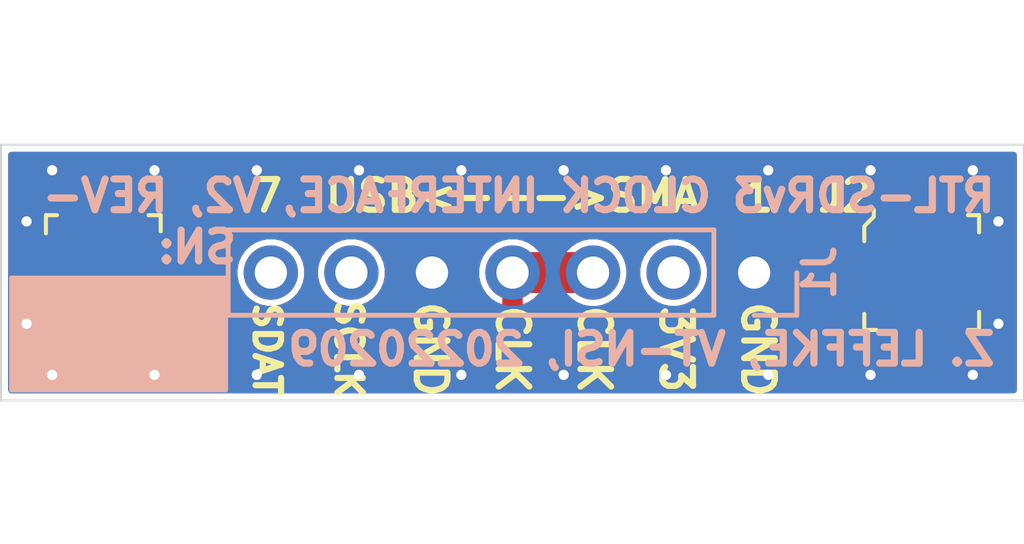
<source format=kicad_pcb>
(kicad_pcb (version 20171130) (host pcbnew 5.1.12-84ad8e8a86~92~ubuntu20.04.1)

  (general
    (thickness 1.6)
    (drawings 18)
    (tracks 34)
    (zones 0)
    (modules 3)
    (nets 6)
  )

  (page USLetter)
  (title_block
    (title "External Clock Interface for RT-SDR V3")
    (date 2021-03-13)
    (rev -)
    (company "Amateur Radio / Phased Arrays")
    (comment 2 creativecommons.org/licenses/by/4.0/)
    (comment 3 "License: CC BY 4.0")
    (comment 4 "Author: Zach Leffke, KJ4QLP")
  )

  (layers
    (0 F.Cu signal)
    (31 B.Cu signal)
    (32 B.Adhes user)
    (33 F.Adhes user)
    (34 B.Paste user)
    (35 F.Paste user)
    (36 B.SilkS user)
    (37 F.SilkS user)
    (38 B.Mask user)
    (39 F.Mask user)
    (40 Dwgs.User user)
    (41 Cmts.User user)
    (42 Eco1.User user)
    (43 Eco2.User user)
    (44 Edge.Cuts user)
    (45 Margin user)
    (46 B.CrtYd user)
    (47 F.CrtYd user)
    (48 B.Fab user)
    (49 F.Fab user)
  )

  (setup
    (last_trace_width 0.508)
    (user_trace_width 0.254)
    (user_trace_width 0.508)
    (user_trace_width 0.762)
    (user_trace_width 1.016)
    (trace_clearance 0.1524)
    (zone_clearance 0.1524)
    (zone_45_only no)
    (trace_min 0.254)
    (via_size 0.8)
    (via_drill 0.4)
    (via_min_size 0.508)
    (via_min_drill 0.254)
    (user_via 0.508 0.254)
    (uvia_size 0.3)
    (uvia_drill 0.1)
    (uvias_allowed no)
    (uvia_min_size 0.2)
    (uvia_min_drill 0.1)
    (edge_width 0.05)
    (segment_width 0.2)
    (pcb_text_width 0.3)
    (pcb_text_size 1.5 1.5)
    (mod_edge_width 0.12)
    (mod_text_size 1 1)
    (mod_text_width 0.15)
    (pad_size 1.524 1.524)
    (pad_drill 0.762)
    (pad_to_mask_clearance 0)
    (aux_axis_origin 0 0)
    (visible_elements FFFDFF7F)
    (pcbplotparams
      (layerselection 0x010fc_ffffffff)
      (usegerberextensions false)
      (usegerberattributes true)
      (usegerberadvancedattributes true)
      (creategerberjobfile true)
      (excludeedgelayer true)
      (linewidth 0.100000)
      (plotframeref false)
      (viasonmask false)
      (mode 1)
      (useauxorigin false)
      (hpglpennumber 1)
      (hpglpenspeed 20)
      (hpglpendiameter 15.000000)
      (psnegative false)
      (psa4output false)
      (plotreference true)
      (plotvalue true)
      (plotinvisibletext false)
      (padsonsilk false)
      (subtractmaskfromsilk false)
      (outputformat 1)
      (mirror false)
      (drillshape 1)
      (scaleselection 1)
      (outputdirectory ""))
  )

  (net 0 "")
  (net 1 GND)
  (net 2 /SCLK)
  (net 3 /SDAT)
  (net 4 /CLK)
  (net 5 /3V3)

  (net_class Default "This is the default net class."
    (clearance 0.1524)
    (trace_width 0.254)
    (via_dia 0.8)
    (via_drill 0.4)
    (uvia_dia 0.3)
    (uvia_drill 0.1)
    (diff_pair_width 0.254)
    (diff_pair_gap 0.254)
    (add_net /3V3)
    (add_net /CLK)
    (add_net /SCLK)
    (add_net /SDAT)
    (add_net GND)
  )

  (module Connector_PinHeader_2.00mm:PinHeader_1x07_P2.00mm_Vertical (layer B.Cu) (tedit 59FED667) (tstamp 604D6363)
    (at 164.75 104.775 90)
    (descr "Through hole straight pin header, 1x07, 2.00mm pitch, single row")
    (tags "Through hole pin header THT 1x07 2.00mm single row")
    (path /604EBBF8)
    (fp_text reference J1 (at 0 1.62 90) (layer B.SilkS)
      (effects (font (size 0.762 0.762) (thickness 0.1524)) (justify mirror))
    )
    (fp_text value Conn_01x07_Male (at 0 -14.06 270) (layer B.Fab)
      (effects (font (size 1 1) (thickness 0.15)) (justify mirror))
    )
    (fp_line (start 1.5 1.5) (end -1.5 1.5) (layer B.CrtYd) (width 0.05))
    (fp_line (start 1.5 -13.5) (end 1.5 1.5) (layer B.CrtYd) (width 0.05))
    (fp_line (start -1.5 -13.5) (end 1.5 -13.5) (layer B.CrtYd) (width 0.05))
    (fp_line (start -1.5 1.5) (end -1.5 -13.5) (layer B.CrtYd) (width 0.05))
    (fp_line (start -1.06 1.06) (end 0 1.06) (layer B.SilkS) (width 0.12))
    (fp_line (start -1.06 0) (end -1.06 1.06) (layer B.SilkS) (width 0.12))
    (fp_line (start -1.06 -1) (end 1.06 -1) (layer B.SilkS) (width 0.12))
    (fp_line (start 1.06 -1) (end 1.06 -13.06) (layer B.SilkS) (width 0.12))
    (fp_line (start -1.06 -1) (end -1.06 -13.06) (layer B.SilkS) (width 0.12))
    (fp_line (start -1.06 -13.06) (end 1.06 -13.06) (layer B.SilkS) (width 0.12))
    (fp_line (start -1 0.5) (end -0.5 1) (layer B.Fab) (width 0.1))
    (fp_line (start -1 -13) (end -1 0.5) (layer B.Fab) (width 0.1))
    (fp_line (start 1 -13) (end -1 -13) (layer B.Fab) (width 0.1))
    (fp_line (start 1 1) (end 1 -13) (layer B.Fab) (width 0.1))
    (fp_line (start -0.5 1) (end 1 1) (layer B.Fab) (width 0.1))
    (fp_text user %R (at 0 -6) (layer B.Fab)
      (effects (font (size 1 1) (thickness 0.15)) (justify mirror))
    )
    (pad 7 thru_hole oval (at 0 -12 90) (size 1.35 1.35) (drill 0.8) (layers *.Cu *.Mask)
      (net 2 /SCLK))
    (pad 6 thru_hole oval (at 0 -10 90) (size 1.35 1.35) (drill 0.8) (layers *.Cu *.Mask)
      (net 3 /SDAT))
    (pad 5 thru_hole oval (at 0 -8 90) (size 1.35 1.35) (drill 0.8) (layers *.Cu *.Mask)
      (net 1 GND))
    (pad 4 thru_hole oval (at 0 -6 90) (size 1.35 1.35) (drill 0.8) (layers *.Cu *.Mask)
      (net 4 /CLK))
    (pad 3 thru_hole oval (at 0 -4 90) (size 1.35 1.35) (drill 0.8) (layers *.Cu *.Mask)
      (net 4 /CLK))
    (pad 2 thru_hole oval (at 0 -2 90) (size 1.35 1.35) (drill 0.8) (layers *.Cu *.Mask)
      (net 5 /3V3))
    (pad 1 thru_hole rect (at 0 0 90) (size 1.35 1.35) (drill 0.8) (layers *.Cu *.Mask)
      (net 1 GND))
    (model ${KISYS3DMOD}/Connector_PinHeader_2.00mm.3dshapes/PinHeader_1x07_P2.00mm_Vertical.wrl
      (at (xyz 0 0 0))
      (scale (xyz 1 1 1))
      (rotate (xyz 0 0 0))
    )
  )

  (module digikey-footprints:Molex_734120114_UMC_RF_CONN_Vertical (layer F.Cu) (tedit 5D2892B1) (tstamp 604DCF59)
    (at 148.59 104.775 90)
    (path /604F4465)
    (attr smd)
    (fp_text reference J3 (at -1.905 1.905) (layer F.SilkS)
      (effects (font (size 0.762 0.762) (thickness 0.1524)))
    )
    (fp_text value 0734120114 (at 0.2 3.175 -90) (layer F.Fab)
      (effects (font (size 1 1) (thickness 0.15)))
    )
    (fp_line (start -1.5621 1.18762) (end -1.39446 1.18762) (layer F.SilkS) (width 0.1))
    (fp_line (start -1.38524 1.1927) (end -1.16524 1.4097) (layer F.SilkS) (width 0.1))
    (fp_line (start -1.14554 1.425) (end -0.77978 1.425) (layer F.SilkS) (width 0.1))
    (fp_line (start -1.29794 1.09982) (end -1.09728 1.30048) (layer F.Fab) (width 0.1))
    (fp_line (start -2.25 2.25) (end -2.25 -2.25) (layer F.CrtYd) (width 0.05))
    (fp_line (start 2.25 2.25) (end -2.25 2.25) (layer F.CrtYd) (width 0.05))
    (fp_line (start 2.25 -2.25) (end 2.25 2.25) (layer F.CrtYd) (width 0.05))
    (fp_line (start -2.25 -2.25) (end 2.25 -2.25) (layer F.CrtYd) (width 0.05))
    (fp_line (start 1.425 1.125) (end 1.425 1.425) (layer F.SilkS) (width 0.1))
    (fp_line (start 1.425 1.425) (end 1.025 1.425) (layer F.SilkS) (width 0.1))
    (fp_line (start -1 -1.425) (end -1.425 -1.425) (layer F.SilkS) (width 0.1))
    (fp_line (start -1.425 -1.425) (end -1.425 -1.15) (layer F.SilkS) (width 0.1))
    (fp_line (start 0.975 -1.425) (end 1.425 -1.425) (layer F.SilkS) (width 0.1))
    (fp_line (start 1.425 -1.425) (end 1.425 -1.15) (layer F.SilkS) (width 0.1))
    (fp_line (start -1.3 -1.3) (end -1.3 1.09982) (layer F.Fab) (width 0.1))
    (fp_line (start 1.3 1.3) (end -1.09728 1.3) (layer F.Fab) (width 0.1))
    (fp_line (start 1.3 -1.3) (end 1.3 1.3) (layer F.Fab) (width 0.1))
    (fp_line (start -1.3 -1.3) (end 1.3 -1.3) (layer F.Fab) (width 0.1))
    (fp_text user %R (at -0.635 -0.635 -90) (layer F.Fab)
      (effects (font (size 0.5 0.5) (thickness 0.025)))
    )
    (pad 1 smd rect (at -1.5 0 90) (size 1 2.2) (layers F.Cu F.Paste F.Mask)
      (net 1 GND))
    (pad 1 smd rect (at 1.5 0 90) (size 1 2.2) (layers F.Cu F.Paste F.Mask)
      (net 1 GND))
    (pad 2 smd rect (at 0 1.5 90) (size 1 1) (layers F.Cu F.Paste F.Mask)
      (net 4 /CLK))
    (pad 1 smd rect (at 0 -1.5 90) (size 1 1) (layers F.Cu F.Paste F.Mask)
      (net 1 GND))
  )

  (module digikey-footprints:Molex_734120114_UMC_RF_CONN_Vertical (layer F.Cu) (tedit 5D2892B1) (tstamp 604D6E3A)
    (at 168.91 104.775 270)
    (path /604D774A)
    (attr smd)
    (fp_text reference J2 (at -1.905 1.905) (layer F.SilkS)
      (effects (font (size 0.762 0.762) (thickness 0.1524)))
    )
    (fp_text value 0734120114 (at 0.2 3.175 90) (layer F.Fab)
      (effects (font (size 1 1) (thickness 0.15)))
    )
    (fp_line (start -1.5621 1.18762) (end -1.39446 1.18762) (layer F.SilkS) (width 0.1))
    (fp_line (start -1.38524 1.1927) (end -1.16524 1.4097) (layer F.SilkS) (width 0.1))
    (fp_line (start -1.14554 1.425) (end -0.77978 1.425) (layer F.SilkS) (width 0.1))
    (fp_line (start -1.29794 1.09982) (end -1.09728 1.30048) (layer F.Fab) (width 0.1))
    (fp_line (start -2.25 2.25) (end -2.25 -2.25) (layer F.CrtYd) (width 0.05))
    (fp_line (start 2.25 2.25) (end -2.25 2.25) (layer F.CrtYd) (width 0.05))
    (fp_line (start 2.25 -2.25) (end 2.25 2.25) (layer F.CrtYd) (width 0.05))
    (fp_line (start -2.25 -2.25) (end 2.25 -2.25) (layer F.CrtYd) (width 0.05))
    (fp_line (start 1.425 1.125) (end 1.425 1.425) (layer F.SilkS) (width 0.1))
    (fp_line (start 1.425 1.425) (end 1.025 1.425) (layer F.SilkS) (width 0.1))
    (fp_line (start -1 -1.425) (end -1.425 -1.425) (layer F.SilkS) (width 0.1))
    (fp_line (start -1.425 -1.425) (end -1.425 -1.15) (layer F.SilkS) (width 0.1))
    (fp_line (start 0.975 -1.425) (end 1.425 -1.425) (layer F.SilkS) (width 0.1))
    (fp_line (start 1.425 -1.425) (end 1.425 -1.15) (layer F.SilkS) (width 0.1))
    (fp_line (start -1.3 -1.3) (end -1.3 1.09982) (layer F.Fab) (width 0.1))
    (fp_line (start 1.3 1.3) (end -1.09728 1.3) (layer F.Fab) (width 0.1))
    (fp_line (start 1.3 -1.3) (end 1.3 1.3) (layer F.Fab) (width 0.1))
    (fp_line (start -1.3 -1.3) (end 1.3 -1.3) (layer F.Fab) (width 0.1))
    (fp_text user %R (at -1.905 -1.905 90) (layer F.Fab)
      (effects (font (size 0.5 0.5) (thickness 0.025)))
    )
    (pad 1 smd rect (at -1.5 0 270) (size 1 2.2) (layers F.Cu F.Paste F.Mask)
      (net 1 GND))
    (pad 1 smd rect (at 1.5 0 270) (size 1 2.2) (layers F.Cu F.Paste F.Mask)
      (net 1 GND))
    (pad 2 smd rect (at 0 1.5 270) (size 1 1) (layers F.Cu F.Paste F.Mask)
      (net 4 /CLK))
    (pad 1 smd rect (at 0 -1.5 270) (size 1 1) (layers F.Cu F.Paste F.Mask)
      (net 1 GND))
  )

  (gr_text 7 (at 152.654 102.87) (layer F.SilkS) (tstamp 620B486F)
    (effects (font (size 0.762 0.762) (thickness 0.1524)))
  )
  (gr_text USB<--->SMA (at 158.75 102.87) (layer F.SilkS) (tstamp 620B4862)
    (effects (font (size 0.762 0.762) (thickness 0.1524)))
  )
  (gr_text 1 (at 164.846 102.87) (layer F.SilkS) (tstamp 620B4854)
    (effects (font (size 0.762 0.762) (thickness 0.1524)))
  )
  (gr_text SDAT (at 152.654 106.68 270) (layer F.SilkS) (tstamp 620B4838)
    (effects (font (size 0.635 0.635) (thickness 0.1524)))
  )
  (gr_text SCLK (at 154.686 106.68 270) (layer F.SilkS) (tstamp 620B4832)
    (effects (font (size 0.635 0.635) (thickness 0.1524)))
  )
  (gr_text GND (at 156.718 106.68 270) (layer F.SilkS) (tstamp 620B482A)
    (effects (font (size 0.762 0.762) (thickness 0.1524)))
  )
  (gr_text GND (at 164.846 106.68 270) (layer F.SilkS) (tstamp 620B47A0)
    (effects (font (size 0.762 0.762) (thickness 0.1524)))
  )
  (gr_text 3V3 (at 162.814 106.68 270) (layer F.SilkS) (tstamp 620B478D)
    (effects (font (size 0.762 0.762) (thickness 0.1524)))
  )
  (gr_text CLK (at 158.75 106.68 270) (layer F.SilkS) (tstamp 620B478A)
    (effects (font (size 0.762 0.762) (thickness 0.1524)))
  )
  (gr_text CLK (at 160.782 106.68 270) (layer F.SilkS)
    (effects (font (size 0.762 0.762) (thickness 0.1524)))
  )
  (gr_poly (pts (xy 151.638 107.696) (xy 146.304 107.696) (xy 146.304 104.902) (xy 151.638 104.902)) (layer B.SilkS) (width 0.1))
  (gr_text SN: (at 149.86 104.14) (layer B.SilkS) (tstamp 604DD0F7)
    (effects (font (size 0.762 0.762) (thickness 0.1778)) (justify right mirror))
  )
  (gr_text "RTL-SDRv3 CLOCK INTERFACE, V2, REV-" (at 170.815 102.87) (layer B.SilkS) (tstamp 604DCFD1)
    (effects (font (size 0.762 0.762) (thickness 0.1778)) (justify left mirror))
  )
  (gr_line (start 171.45 107.95) (end 171.45 101.6) (layer Edge.Cuts) (width 0.05))
  (gr_text "Z. LEFFKE, VT-NSI, 20220209" (at 170.815 106.68) (layer B.SilkS) (tstamp 604DCFCB)
    (effects (font (size 0.762 0.762) (thickness 0.1778)) (justify left mirror))
  )
  (gr_line (start 146.05 101.6) (end 146.05 107.95) (layer Edge.Cuts) (width 0.05))
  (gr_line (start 171.45 101.6) (end 146.05 101.6) (layer Edge.Cuts) (width 0.05))
  (gr_line (start 146.05 107.95) (end 171.45 107.95) (layer Edge.Cuts) (width 0.05))

  (via (at 170.18 102.235) (size 0.508) (drill 0.254) (layers F.Cu B.Cu) (net 1))
  (via (at 170.18 107.315) (size 0.508) (drill 0.254) (layers F.Cu B.Cu) (net 1) (tstamp 604D753B))
  (via (at 165.1 102.235) (size 0.508) (drill 0.254) (layers F.Cu B.Cu) (net 1) (tstamp 604D7541))
  (via (at 167.64 102.235) (size 0.508) (drill 0.254) (layers F.Cu B.Cu) (net 1) (tstamp 604D7543))
  (via (at 162.56 102.235) (size 0.508) (drill 0.254) (layers F.Cu B.Cu) (net 1) (tstamp 604D7545))
  (via (at 160.02 102.235) (size 0.508) (drill 0.254) (layers F.Cu B.Cu) (net 1) (tstamp 604D7547))
  (via (at 157.48 102.235) (size 0.508) (drill 0.254) (layers F.Cu B.Cu) (net 1) (tstamp 604D755E))
  (via (at 154.94 102.235) (size 0.508) (drill 0.254) (layers F.Cu B.Cu) (net 1) (tstamp 604D7560))
  (via (at 152.4 102.235) (size 0.508) (drill 0.254) (layers F.Cu B.Cu) (net 1) (tstamp 604D7562))
  (via (at 149.86 102.235) (size 0.508) (drill 0.254) (layers F.Cu B.Cu) (net 1) (tstamp 604D7564))
  (via (at 154.94 107.315) (size 0.508) (drill 0.254) (layers F.Cu B.Cu) (net 1) (tstamp 604D756F))
  (via (at 167.64 107.315) (size 0.508) (drill 0.254) (layers F.Cu B.Cu) (net 1) (tstamp 604D7588))
  (via (at 152.4 107.315) (size 0.508) (drill 0.254) (layers F.Cu B.Cu) (net 1) (tstamp 604D756D))
  (via (at 157.48 107.315) (size 0.508) (drill 0.254) (layers F.Cu B.Cu) (net 1) (tstamp 604D7571))
  (via (at 160.02 107.315) (size 0.508) (drill 0.254) (layers F.Cu B.Cu) (net 1) (tstamp 604D809A))
  (via (at 149.86 107.315) (size 0.508) (drill 0.254) (layers F.Cu B.Cu) (net 1) (tstamp 604D8874))
  (via (at 147.32 107.315) (size 0.508) (drill 0.254) (layers F.Cu B.Cu) (net 1) (tstamp 604D8876))
  (via (at 170.815 106.045) (size 0.508) (drill 0.254) (layers F.Cu B.Cu) (net 1) (tstamp 604D8904))
  (via (at 162.56 107.315) (size 0.508) (drill 0.254) (layers F.Cu B.Cu) (net 1) (tstamp 604DC28D))
  (via (at 165.1 107.315) (size 0.508) (drill 0.254) (layers F.Cu B.Cu) (net 1) (tstamp 604DC28F))
  (via (at 147.32 102.235) (size 0.508) (drill 0.254) (layers F.Cu B.Cu) (net 1) (tstamp 604DC37B))
  (via (at 170.815 103.505) (size 0.508) (drill 0.254) (layers F.Cu B.Cu) (net 1) (tstamp 620BAE88))
  (via (at 146.685 103.505) (size 0.508) (drill 0.254) (layers F.Cu B.Cu) (net 1) (tstamp 620BAE8A))
  (via (at 146.685 106.045) (size 0.508) (drill 0.254) (layers F.Cu B.Cu) (net 1) (tstamp 620BAE8C))
  (segment (start 158.75 104.775) (end 160.75 104.775) (width 1.016) (layer F.Cu) (net 4))
  (segment (start 158.75 104.775) (end 158.75 106.045) (width 0.508) (layer F.Cu) (net 4))
  (segment (start 167.005 104.775) (end 167.41 104.775) (width 0.508) (layer F.Cu) (net 4))
  (segment (start 165.354 106.426) (end 167.005 104.775) (width 0.508) (layer F.Cu) (net 4))
  (segment (start 159.131 106.426) (end 165.354 106.426) (width 0.508) (layer F.Cu) (net 4))
  (segment (start 158.75 106.045) (end 159.131 106.426) (width 0.508) (layer F.Cu) (net 4))
  (segment (start 158.369 106.426) (end 158.75 106.045) (width 0.508) (layer F.Cu) (net 4))
  (segment (start 152.273 106.426) (end 158.369 106.426) (width 0.508) (layer F.Cu) (net 4))
  (segment (start 150.622 104.775) (end 152.273 106.426) (width 0.508) (layer F.Cu) (net 4))
  (segment (start 150.09 104.775) (end 150.622 104.775) (width 0.508) (layer F.Cu) (net 4))

  (zone (net 1) (net_name GND) (layer F.Cu) (tstamp 0) (hatch edge 0.508)
    (connect_pads yes (clearance 0.1524))
    (min_thickness 0.1524)
    (fill yes (arc_segments 32) (thermal_gap 0.508) (thermal_bridge_width 0.508))
    (polygon
      (pts
        (xy 166.37 107.95) (xy 146.05 107.95) (xy 146.05 101.6) (xy 171.45 101.6) (xy 171.45 107.95)
      )
    )
    (filled_polygon
      (pts
        (xy 171.1964 107.6964) (xy 146.3036 107.6964) (xy 146.3036 104.275) (xy 149.360294 104.275) (xy 149.360294 105.275)
        (xy 149.364708 105.319813) (xy 149.377779 105.362905) (xy 149.399006 105.402618) (xy 149.427573 105.437427) (xy 149.462382 105.465994)
        (xy 149.502095 105.487221) (xy 149.545187 105.500292) (xy 149.59 105.504706) (xy 150.59 105.504706) (xy 150.634813 105.500292)
        (xy 150.657815 105.493315) (xy 151.914988 106.750488) (xy 151.930099 106.768901) (xy 152.003585 106.829209) (xy 152.087423 106.874022)
        (xy 152.178393 106.901617) (xy 152.273 106.910935) (xy 152.296707 106.9086) (xy 160.726293 106.9086) (xy 160.75 106.910935)
        (xy 160.773707 106.9086) (xy 165.330295 106.9086) (xy 165.354 106.910935) (xy 165.377705 106.9086) (xy 165.377707 106.9086)
        (xy 165.448606 106.901617) (xy 165.539577 106.874022) (xy 165.623415 106.829209) (xy 165.696901 106.768901) (xy 165.712017 106.750482)
        (xy 166.957794 105.504706) (xy 167.91 105.504706) (xy 167.954813 105.500292) (xy 167.997905 105.487221) (xy 168.037618 105.465994)
        (xy 168.072427 105.437427) (xy 168.100994 105.402618) (xy 168.122221 105.362905) (xy 168.135292 105.319813) (xy 168.139706 105.275)
        (xy 168.139706 104.275) (xy 168.135292 104.230187) (xy 168.122221 104.187095) (xy 168.100994 104.147382) (xy 168.072427 104.112573)
        (xy 168.037618 104.084006) (xy 167.997905 104.062779) (xy 167.954813 104.049708) (xy 167.91 104.045294) (xy 166.91 104.045294)
        (xy 166.865187 104.049708) (xy 166.822095 104.062779) (xy 166.782382 104.084006) (xy 166.747573 104.112573) (xy 166.719006 104.147382)
        (xy 166.697779 104.187095) (xy 166.684708 104.230187) (xy 166.680294 104.275) (xy 166.680294 104.417167) (xy 166.662099 104.432099)
        (xy 166.646988 104.450512) (xy 165.154101 105.9434) (xy 161.2326 105.9434) (xy 161.2326 105.539287) (xy 161.326011 105.476872)
        (xy 161.451872 105.351011) (xy 161.55076 105.203015) (xy 161.618875 105.03857) (xy 161.6536 104.863997) (xy 161.6536 104.686003)
        (xy 161.8464 104.686003) (xy 161.8464 104.863997) (xy 161.881125 105.03857) (xy 161.94924 105.203015) (xy 162.048128 105.351011)
        (xy 162.173989 105.476872) (xy 162.321985 105.57576) (xy 162.48643 105.643875) (xy 162.661003 105.6786) (xy 162.838997 105.6786)
        (xy 163.01357 105.643875) (xy 163.178015 105.57576) (xy 163.326011 105.476872) (xy 163.451872 105.351011) (xy 163.55076 105.203015)
        (xy 163.618875 105.03857) (xy 163.6536 104.863997) (xy 163.6536 104.686003) (xy 163.618875 104.51143) (xy 163.55076 104.346985)
        (xy 163.451872 104.198989) (xy 163.326011 104.073128) (xy 163.178015 103.97424) (xy 163.01357 103.906125) (xy 162.838997 103.8714)
        (xy 162.661003 103.8714) (xy 162.48643 103.906125) (xy 162.321985 103.97424) (xy 162.173989 104.073128) (xy 162.048128 104.198989)
        (xy 161.94924 104.346985) (xy 161.881125 104.51143) (xy 161.8464 104.686003) (xy 161.6536 104.686003) (xy 161.618875 104.51143)
        (xy 161.55076 104.346985) (xy 161.451872 104.198989) (xy 161.326011 104.073128) (xy 161.178015 103.97424) (xy 161.01357 103.906125)
        (xy 160.838997 103.8714) (xy 160.661003 103.8714) (xy 160.48643 103.906125) (xy 160.321985 103.97424) (xy 160.173989 104.073128)
        (xy 160.048128 104.198989) (xy 159.94924 104.346985) (xy 159.881125 104.51143) (xy 159.8464 104.686003) (xy 159.8464 104.863997)
        (xy 159.881125 105.03857) (xy 159.94924 105.203015) (xy 160.048128 105.351011) (xy 160.173989 105.476872) (xy 160.2674 105.539287)
        (xy 160.2674 105.655706) (xy 160.267401 105.655716) (xy 160.267401 105.9434) (xy 152.4729 105.9434) (xy 151.215503 104.686003)
        (xy 151.8464 104.686003) (xy 151.8464 104.863997) (xy 151.881125 105.03857) (xy 151.94924 105.203015) (xy 152.048128 105.351011)
        (xy 152.173989 105.476872) (xy 152.321985 105.57576) (xy 152.48643 105.643875) (xy 152.661003 105.6786) (xy 152.838997 105.6786)
        (xy 153.01357 105.643875) (xy 153.178015 105.57576) (xy 153.326011 105.476872) (xy 153.451872 105.351011) (xy 153.55076 105.203015)
        (xy 153.618875 105.03857) (xy 153.6536 104.863997) (xy 153.6536 104.686003) (xy 153.8464 104.686003) (xy 153.8464 104.863997)
        (xy 153.881125 105.03857) (xy 153.94924 105.203015) (xy 154.048128 105.351011) (xy 154.173989 105.476872) (xy 154.321985 105.57576)
        (xy 154.48643 105.643875) (xy 154.661003 105.6786) (xy 154.838997 105.6786) (xy 155.01357 105.643875) (xy 155.178015 105.57576)
        (xy 155.326011 105.476872) (xy 155.451872 105.351011) (xy 155.55076 105.203015) (xy 155.618875 105.03857) (xy 155.6536 104.863997)
        (xy 155.6536 104.686003) (xy 157.8464 104.686003) (xy 157.8464 104.863997) (xy 157.881125 105.03857) (xy 157.94924 105.203015)
        (xy 158.048128 105.351011) (xy 158.173989 105.476872) (xy 158.321985 105.57576) (xy 158.48643 105.643875) (xy 158.661003 105.6786)
        (xy 158.838997 105.6786) (xy 159.01357 105.643875) (xy 159.178015 105.57576) (xy 159.326011 105.476872) (xy 159.451872 105.351011)
        (xy 159.55076 105.203015) (xy 159.618875 105.03857) (xy 159.6536 104.863997) (xy 159.6536 104.686003) (xy 159.618875 104.51143)
        (xy 159.55076 104.346985) (xy 159.451872 104.198989) (xy 159.326011 104.073128) (xy 159.178015 103.97424) (xy 159.01357 103.906125)
        (xy 158.838997 103.8714) (xy 158.661003 103.8714) (xy 158.48643 103.906125) (xy 158.321985 103.97424) (xy 158.173989 104.073128)
        (xy 158.048128 104.198989) (xy 157.94924 104.346985) (xy 157.881125 104.51143) (xy 157.8464 104.686003) (xy 155.6536 104.686003)
        (xy 155.618875 104.51143) (xy 155.55076 104.346985) (xy 155.451872 104.198989) (xy 155.326011 104.073128) (xy 155.178015 103.97424)
        (xy 155.01357 103.906125) (xy 154.838997 103.8714) (xy 154.661003 103.8714) (xy 154.48643 103.906125) (xy 154.321985 103.97424)
        (xy 154.173989 104.073128) (xy 154.048128 104.198989) (xy 153.94924 104.346985) (xy 153.881125 104.51143) (xy 153.8464 104.686003)
        (xy 153.6536 104.686003) (xy 153.618875 104.51143) (xy 153.55076 104.346985) (xy 153.451872 104.198989) (xy 153.326011 104.073128)
        (xy 153.178015 103.97424) (xy 153.01357 103.906125) (xy 152.838997 103.8714) (xy 152.661003 103.8714) (xy 152.48643 103.906125)
        (xy 152.321985 103.97424) (xy 152.173989 104.073128) (xy 152.048128 104.198989) (xy 151.94924 104.346985) (xy 151.881125 104.51143)
        (xy 151.8464 104.686003) (xy 151.215503 104.686003) (xy 150.980017 104.450518) (xy 150.964901 104.432099) (xy 150.891415 104.371791)
        (xy 150.819706 104.333461) (xy 150.819706 104.275) (xy 150.815292 104.230187) (xy 150.802221 104.187095) (xy 150.780994 104.147382)
        (xy 150.752427 104.112573) (xy 150.717618 104.084006) (xy 150.677905 104.062779) (xy 150.634813 104.049708) (xy 150.59 104.045294)
        (xy 149.59 104.045294) (xy 149.545187 104.049708) (xy 149.502095 104.062779) (xy 149.462382 104.084006) (xy 149.427573 104.112573)
        (xy 149.399006 104.147382) (xy 149.377779 104.187095) (xy 149.364708 104.230187) (xy 149.360294 104.275) (xy 146.3036 104.275)
        (xy 146.3036 101.8536) (xy 171.196401 101.8536)
      )
    )
  )
  (zone (net 1) (net_name GND) (layer B.Cu) (tstamp 604D731F) (hatch edge 0.508)
    (connect_pads yes (clearance 0.1524))
    (min_thickness 0.1524)
    (fill yes (arc_segments 32) (thermal_gap 0.508) (thermal_bridge_width 0.508))
    (polygon
      (pts
        (xy 166.155259 107.95) (xy 146.05 107.95) (xy 146.05 101.6) (xy 171.45 101.6) (xy 171.45 107.95)
      )
    )
    (filled_polygon
      (pts
        (xy 171.1964 107.6964) (xy 146.3036 107.6964) (xy 146.3036 104.686003) (xy 151.8464 104.686003) (xy 151.8464 104.863997)
        (xy 151.881125 105.03857) (xy 151.94924 105.203015) (xy 152.048128 105.351011) (xy 152.173989 105.476872) (xy 152.321985 105.57576)
        (xy 152.48643 105.643875) (xy 152.661003 105.6786) (xy 152.838997 105.6786) (xy 153.01357 105.643875) (xy 153.178015 105.57576)
        (xy 153.326011 105.476872) (xy 153.451872 105.351011) (xy 153.55076 105.203015) (xy 153.618875 105.03857) (xy 153.6536 104.863997)
        (xy 153.6536 104.686003) (xy 153.8464 104.686003) (xy 153.8464 104.863997) (xy 153.881125 105.03857) (xy 153.94924 105.203015)
        (xy 154.048128 105.351011) (xy 154.173989 105.476872) (xy 154.321985 105.57576) (xy 154.48643 105.643875) (xy 154.661003 105.6786)
        (xy 154.838997 105.6786) (xy 155.01357 105.643875) (xy 155.178015 105.57576) (xy 155.326011 105.476872) (xy 155.451872 105.351011)
        (xy 155.55076 105.203015) (xy 155.618875 105.03857) (xy 155.6536 104.863997) (xy 155.6536 104.686003) (xy 157.8464 104.686003)
        (xy 157.8464 104.863997) (xy 157.881125 105.03857) (xy 157.94924 105.203015) (xy 158.048128 105.351011) (xy 158.173989 105.476872)
        (xy 158.321985 105.57576) (xy 158.48643 105.643875) (xy 158.661003 105.6786) (xy 158.838997 105.6786) (xy 159.01357 105.643875)
        (xy 159.178015 105.57576) (xy 159.326011 105.476872) (xy 159.451872 105.351011) (xy 159.55076 105.203015) (xy 159.618875 105.03857)
        (xy 159.6536 104.863997) (xy 159.6536 104.686003) (xy 159.8464 104.686003) (xy 159.8464 104.863997) (xy 159.881125 105.03857)
        (xy 159.94924 105.203015) (xy 160.048128 105.351011) (xy 160.173989 105.476872) (xy 160.321985 105.57576) (xy 160.48643 105.643875)
        (xy 160.661003 105.6786) (xy 160.838997 105.6786) (xy 161.01357 105.643875) (xy 161.178015 105.57576) (xy 161.326011 105.476872)
        (xy 161.451872 105.351011) (xy 161.55076 105.203015) (xy 161.618875 105.03857) (xy 161.6536 104.863997) (xy 161.6536 104.686003)
        (xy 161.8464 104.686003) (xy 161.8464 104.863997) (xy 161.881125 105.03857) (xy 161.94924 105.203015) (xy 162.048128 105.351011)
        (xy 162.173989 105.476872) (xy 162.321985 105.57576) (xy 162.48643 105.643875) (xy 162.661003 105.6786) (xy 162.838997 105.6786)
        (xy 163.01357 105.643875) (xy 163.178015 105.57576) (xy 163.326011 105.476872) (xy 163.451872 105.351011) (xy 163.55076 105.203015)
        (xy 163.618875 105.03857) (xy 163.6536 104.863997) (xy 163.6536 104.686003) (xy 163.618875 104.51143) (xy 163.55076 104.346985)
        (xy 163.451872 104.198989) (xy 163.326011 104.073128) (xy 163.178015 103.97424) (xy 163.01357 103.906125) (xy 162.838997 103.8714)
        (xy 162.661003 103.8714) (xy 162.48643 103.906125) (xy 162.321985 103.97424) (xy 162.173989 104.073128) (xy 162.048128 104.198989)
        (xy 161.94924 104.346985) (xy 161.881125 104.51143) (xy 161.8464 104.686003) (xy 161.6536 104.686003) (xy 161.618875 104.51143)
        (xy 161.55076 104.346985) (xy 161.451872 104.198989) (xy 161.326011 104.073128) (xy 161.178015 103.97424) (xy 161.01357 103.906125)
        (xy 160.838997 103.8714) (xy 160.661003 103.8714) (xy 160.48643 103.906125) (xy 160.321985 103.97424) (xy 160.173989 104.073128)
        (xy 160.048128 104.198989) (xy 159.94924 104.346985) (xy 159.881125 104.51143) (xy 159.8464 104.686003) (xy 159.6536 104.686003)
        (xy 159.618875 104.51143) (xy 159.55076 104.346985) (xy 159.451872 104.198989) (xy 159.326011 104.073128) (xy 159.178015 103.97424)
        (xy 159.01357 103.906125) (xy 158.838997 103.8714) (xy 158.661003 103.8714) (xy 158.48643 103.906125) (xy 158.321985 103.97424)
        (xy 158.173989 104.073128) (xy 158.048128 104.198989) (xy 157.94924 104.346985) (xy 157.881125 104.51143) (xy 157.8464 104.686003)
        (xy 155.6536 104.686003) (xy 155.618875 104.51143) (xy 155.55076 104.346985) (xy 155.451872 104.198989) (xy 155.326011 104.073128)
        (xy 155.178015 103.97424) (xy 155.01357 103.906125) (xy 154.838997 103.8714) (xy 154.661003 103.8714) (xy 154.48643 103.906125)
        (xy 154.321985 103.97424) (xy 154.173989 104.073128) (xy 154.048128 104.198989) (xy 153.94924 104.346985) (xy 153.881125 104.51143)
        (xy 153.8464 104.686003) (xy 153.6536 104.686003) (xy 153.618875 104.51143) (xy 153.55076 104.346985) (xy 153.451872 104.198989)
        (xy 153.326011 104.073128) (xy 153.178015 103.97424) (xy 153.01357 103.906125) (xy 152.838997 103.8714) (xy 152.661003 103.8714)
        (xy 152.48643 103.906125) (xy 152.321985 103.97424) (xy 152.173989 104.073128) (xy 152.048128 104.198989) (xy 151.94924 104.346985)
        (xy 151.881125 104.51143) (xy 151.8464 104.686003) (xy 146.3036 104.686003) (xy 146.3036 101.8536) (xy 171.196401 101.8536)
      )
    )
  )
)

</source>
